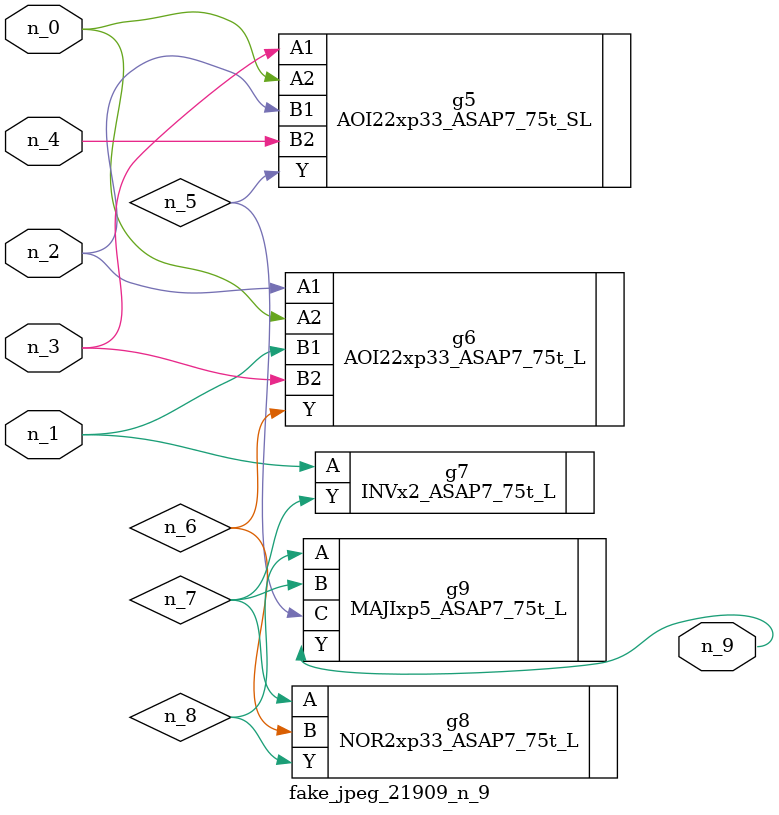
<source format=v>
module fake_jpeg_21909_n_9 (n_3, n_2, n_1, n_0, n_4, n_9);

input n_3;
input n_2;
input n_1;
input n_0;
input n_4;

output n_9;

wire n_8;
wire n_6;
wire n_5;
wire n_7;

AOI22xp33_ASAP7_75t_SL g5 ( 
.A1(n_3),
.A2(n_0),
.B1(n_2),
.B2(n_4),
.Y(n_5)
);

AOI22xp33_ASAP7_75t_L g6 ( 
.A1(n_2),
.A2(n_0),
.B1(n_1),
.B2(n_3),
.Y(n_6)
);

INVx2_ASAP7_75t_L g7 ( 
.A(n_1),
.Y(n_7)
);

NOR2xp33_ASAP7_75t_L g8 ( 
.A(n_7),
.B(n_6),
.Y(n_8)
);

MAJIxp5_ASAP7_75t_L g9 ( 
.A(n_8),
.B(n_7),
.C(n_5),
.Y(n_9)
);


endmodule
</source>
